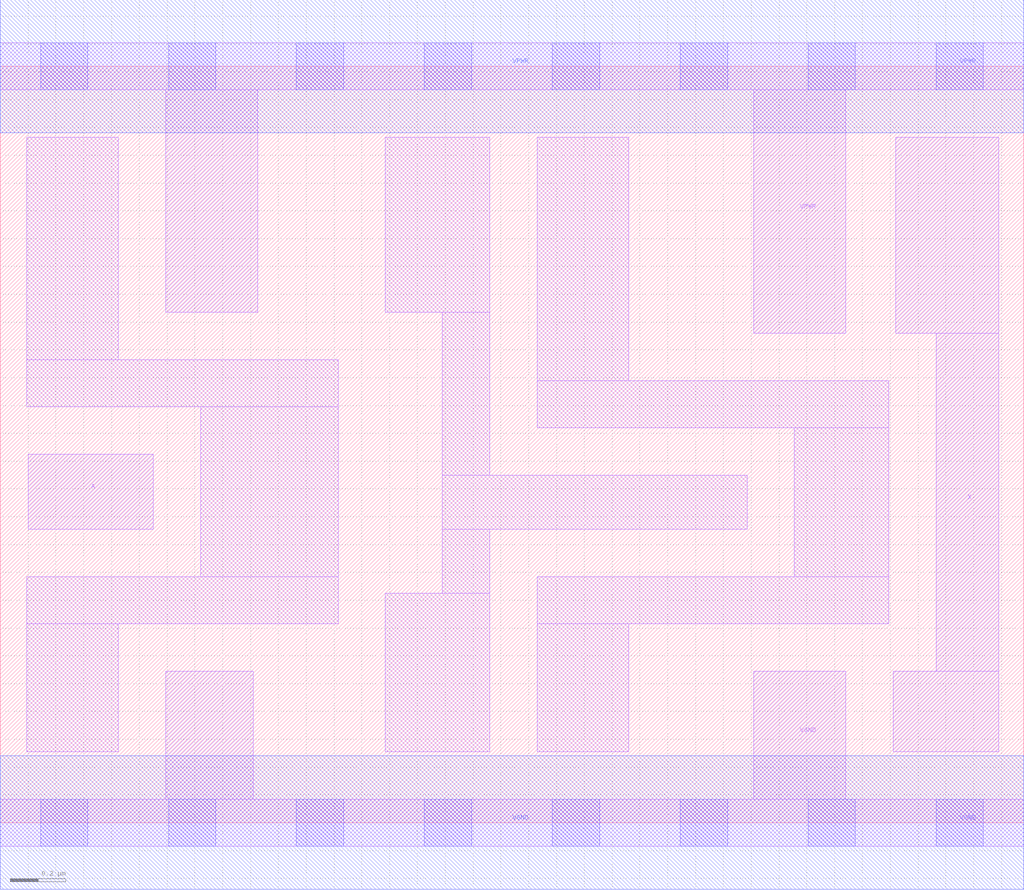
<source format=lef>
# Copyright 2020 The SkyWater PDK Authors
#
# Licensed under the Apache License, Version 2.0 (the "License");
# you may not use this file except in compliance with the License.
# You may obtain a copy of the License at
#
#     https://www.apache.org/licenses/LICENSE-2.0
#
# Unless required by applicable law or agreed to in writing, software
# distributed under the License is distributed on an "AS IS" BASIS,
# WITHOUT WARRANTIES OR CONDITIONS OF ANY KIND, either express or implied.
# See the License for the specific language governing permissions and
# limitations under the License.
#
# SPDX-License-Identifier: Apache-2.0

VERSION 5.7 ;
  NAMESCASESENSITIVE ON ;
  NOWIREEXTENSIONATPIN ON ;
  DIVIDERCHAR "/" ;
  BUSBITCHARS "[]" ;
UNITS
  DATABASE MICRONS 200 ;
END UNITS
MACRO sky130_fd_sc_hd__clkdlybuf4s18_1
  CLASS CORE ;
  SOURCE USER ;
  FOREIGN sky130_fd_sc_hd__clkdlybuf4s18_1 ;
  ORIGIN  0.000000  0.000000 ;
  SIZE  3.680000 BY  2.720000 ;
  SYMMETRY X Y R90 ;
  SITE unithd ;
  PIN A
    ANTENNAGATEAREA  0.213000 ;
    DIRECTION INPUT ;
    USE SIGNAL ;
    PORT
      LAYER li1 ;
        RECT 0.100000 1.055000 0.550000 1.325000 ;
    END
  END A
  PIN X
    ANTENNADIFFAREA  0.376300 ;
    DIRECTION OUTPUT ;
    USE SIGNAL ;
    PORT
      LAYER li1 ;
        RECT 3.210000 0.255000 3.590000 0.545000 ;
        RECT 3.220000 1.760000 3.590000 2.465000 ;
        RECT 3.365000 0.545000 3.590000 1.760000 ;
    END
  END X
  PIN VGND
    DIRECTION INOUT ;
    SHAPE ABUTMENT ;
    USE GROUND ;
    PORT
      LAYER li1 ;
        RECT 0.000000 -0.085000 3.680000 0.085000 ;
        RECT 0.595000  0.085000 0.910000 0.545000 ;
        RECT 2.710000  0.085000 3.040000 0.545000 ;
      LAYER mcon ;
        RECT 0.145000 -0.085000 0.315000 0.085000 ;
        RECT 0.605000 -0.085000 0.775000 0.085000 ;
        RECT 1.065000 -0.085000 1.235000 0.085000 ;
        RECT 1.525000 -0.085000 1.695000 0.085000 ;
        RECT 1.985000 -0.085000 2.155000 0.085000 ;
        RECT 2.445000 -0.085000 2.615000 0.085000 ;
        RECT 2.905000 -0.085000 3.075000 0.085000 ;
        RECT 3.365000 -0.085000 3.535000 0.085000 ;
      LAYER met1 ;
        RECT 0.000000 -0.240000 3.680000 0.240000 ;
    END
  END VGND
  PIN VPWR
    DIRECTION INOUT ;
    SHAPE ABUTMENT ;
    USE POWER ;
    PORT
      LAYER li1 ;
        RECT 0.000000 2.635000 3.680000 2.805000 ;
        RECT 0.595000 1.835000 0.925000 2.635000 ;
        RECT 2.710000 1.760000 3.040000 2.635000 ;
      LAYER mcon ;
        RECT 0.145000 2.635000 0.315000 2.805000 ;
        RECT 0.605000 2.635000 0.775000 2.805000 ;
        RECT 1.065000 2.635000 1.235000 2.805000 ;
        RECT 1.525000 2.635000 1.695000 2.805000 ;
        RECT 1.985000 2.635000 2.155000 2.805000 ;
        RECT 2.445000 2.635000 2.615000 2.805000 ;
        RECT 2.905000 2.635000 3.075000 2.805000 ;
        RECT 3.365000 2.635000 3.535000 2.805000 ;
      LAYER met1 ;
        RECT 0.000000 2.480000 3.680000 2.960000 ;
    END
  END VPWR
  OBS
    LAYER li1 ;
      RECT 0.095000 0.255000 0.425000 0.715000 ;
      RECT 0.095000 0.715000 1.215000 0.885000 ;
      RECT 0.095000 1.495000 1.215000 1.665000 ;
      RECT 0.095000 1.665000 0.425000 2.465000 ;
      RECT 0.720000 0.885000 1.215000 1.495000 ;
      RECT 1.385000 0.255000 1.760000 0.825000 ;
      RECT 1.385000 1.835000 1.760000 2.465000 ;
      RECT 1.590000 0.825000 1.760000 1.055000 ;
      RECT 1.590000 1.055000 2.685000 1.250000 ;
      RECT 1.590000 1.250000 1.760000 1.835000 ;
      RECT 1.930000 0.255000 2.260000 0.715000 ;
      RECT 1.930000 0.715000 3.195000 0.885000 ;
      RECT 1.930000 1.420000 3.195000 1.590000 ;
      RECT 1.930000 1.590000 2.260000 2.465000 ;
      RECT 2.855000 0.885000 3.195000 1.420000 ;
  END
END sky130_fd_sc_hd__clkdlybuf4s18_1
END LIBRARY

</source>
